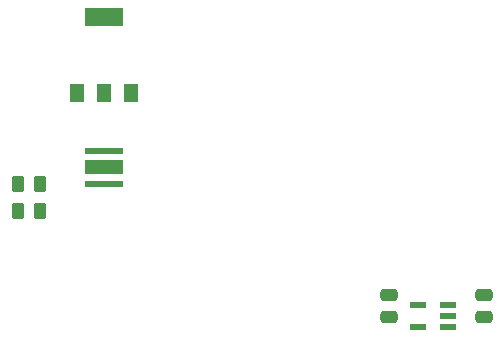
<source format=gtp>
%TF.GenerationSoftware,KiCad,Pcbnew,7.0.5*%
%TF.CreationDate,2024-02-12T20:36:51+02:00*%
%TF.ProjectId,Desk Lamp,4465736b-204c-4616-9d70-2e6b69636164,rev?*%
%TF.SameCoordinates,Original*%
%TF.FileFunction,Paste,Top*%
%TF.FilePolarity,Positive*%
%FSLAX46Y46*%
G04 Gerber Fmt 4.6, Leading zero omitted, Abs format (unit mm)*
G04 Created by KiCad (PCBNEW 7.0.5) date 2024-02-12 20:36:51*
%MOMM*%
%LPD*%
G01*
G04 APERTURE LIST*
G04 Aperture macros list*
%AMRoundRect*
0 Rectangle with rounded corners*
0 $1 Rounding radius*
0 $2 $3 $4 $5 $6 $7 $8 $9 X,Y pos of 4 corners*
0 Add a 4 corners polygon primitive as box body*
4,1,4,$2,$3,$4,$5,$6,$7,$8,$9,$2,$3,0*
0 Add four circle primitives for the rounded corners*
1,1,$1+$1,$2,$3*
1,1,$1+$1,$4,$5*
1,1,$1+$1,$6,$7*
1,1,$1+$1,$8,$9*
0 Add four rect primitives between the rounded corners*
20,1,$1+$1,$2,$3,$4,$5,0*
20,1,$1+$1,$4,$5,$6,$7,0*
20,1,$1+$1,$6,$7,$8,$9,0*
20,1,$1+$1,$8,$9,$2,$3,0*%
G04 Aperture macros list end*
%ADD10R,1.200000X1.500000*%
%ADD11R,3.300000X1.500000*%
%ADD12RoundRect,0.250000X-0.475000X0.250000X-0.475000X-0.250000X0.475000X-0.250000X0.475000X0.250000X0*%
%ADD13RoundRect,0.250000X0.262500X0.450000X-0.262500X0.450000X-0.262500X-0.450000X0.262500X-0.450000X0*%
%ADD14R,3.300000X0.500000*%
%ADD15R,3.300000X1.300000*%
%ADD16R,1.400000X0.600000*%
G04 APERTURE END LIST*
D10*
%TO.C,IC1*%
X91812523Y-100498424D03*
X94112523Y-100498424D03*
X96412523Y-100498424D03*
D11*
X94112523Y-94098424D03*
%TD*%
D12*
%TO.C,C1*%
X118289973Y-117601999D03*
X118289973Y-119501999D03*
%TD*%
D13*
%TO.C,R1*%
X88675023Y-108230424D03*
X86850023Y-108230424D03*
%TD*%
D14*
%TO.C,LED1*%
X94112523Y-108223424D03*
X94112523Y-105423424D03*
D15*
X94112523Y-106823424D03*
%TD*%
D16*
%TO.C,IC2*%
X123220973Y-120375000D03*
X123220973Y-119425000D03*
X123220973Y-118475000D03*
X120720973Y-118475000D03*
X120720973Y-120375000D03*
%TD*%
D13*
%TO.C,R2*%
X88675023Y-110516424D03*
X86850023Y-110516424D03*
%TD*%
D12*
%TO.C,C2*%
X126290973Y-117602000D03*
X126290973Y-119502000D03*
%TD*%
M02*

</source>
